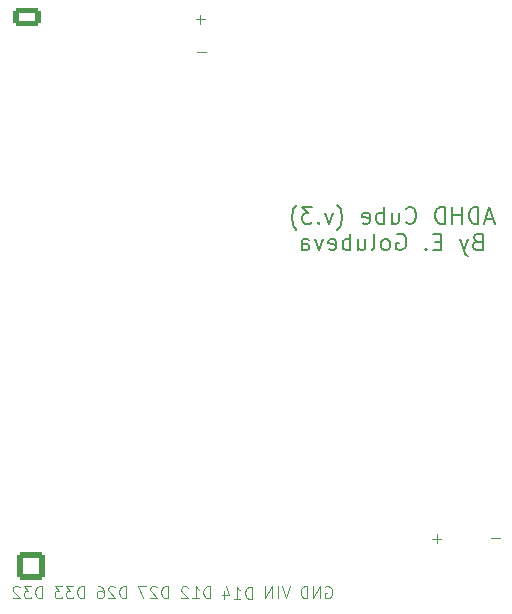
<source format=gbo>
%TF.GenerationSoftware,KiCad,Pcbnew,9.0.5*%
%TF.CreationDate,2025-12-28T17:34:09+02:00*%
%TF.ProjectId,base-schematic-02,62617365-2d73-4636-9865-6d617469632d,rev?*%
%TF.SameCoordinates,Original*%
%TF.FileFunction,Legend,Bot*%
%TF.FilePolarity,Positive*%
%FSLAX46Y46*%
G04 Gerber Fmt 4.6, Leading zero omitted, Abs format (unit mm)*
G04 Created by KiCad (PCBNEW 9.0.5) date 2025-12-28 17:34:09*
%MOMM*%
%LPD*%
G01*
G04 APERTURE LIST*
G04 Aperture macros list*
%AMRoundRect*
0 Rectangle with rounded corners*
0 $1 Rounding radius*
0 $2 $3 $4 $5 $6 $7 $8 $9 X,Y pos of 4 corners*
0 Add a 4 corners polygon primitive as box body*
4,1,4,$2,$3,$4,$5,$6,$7,$8,$9,$2,$3,0*
0 Add four circle primitives for the rounded corners*
1,1,$1+$1,$2,$3*
1,1,$1+$1,$4,$5*
1,1,$1+$1,$6,$7*
1,1,$1+$1,$8,$9*
0 Add four rect primitives between the rounded corners*
20,1,$1+$1,$2,$3,$4,$5,0*
20,1,$1+$1,$4,$5,$6,$7,0*
20,1,$1+$1,$6,$7,$8,$9,0*
20,1,$1+$1,$8,$9,$2,$3,0*%
G04 Aperture macros list end*
%ADD10C,0.100000*%
%ADD11C,0.200000*%
%ADD12R,1.700000X1.700000*%
%ADD13C,1.700000*%
%ADD14C,3.200000*%
%ADD15C,1.600000*%
%ADD16RoundRect,0.250001X-0.949999X-0.949999X0.949999X-0.949999X0.949999X0.949999X-0.949999X0.949999X0*%
%ADD17C,2.400000*%
%ADD18RoundRect,0.250000X-0.950000X-0.550000X0.950000X-0.550000X0.950000X0.550000X-0.950000X0.550000X0*%
%ADD19O,2.400000X1.600000*%
G04 APERTURE END LIST*
D10*
X76776115Y-64421466D02*
X76014211Y-64421466D01*
X96696115Y-105641466D02*
X95934211Y-105641466D01*
X96315163Y-106022419D02*
X96315163Y-105260514D01*
X66451965Y-110692419D02*
X66451965Y-109692419D01*
X66451965Y-109692419D02*
X66213870Y-109692419D01*
X66213870Y-109692419D02*
X66071013Y-109740038D01*
X66071013Y-109740038D02*
X65975775Y-109835276D01*
X65975775Y-109835276D02*
X65928156Y-109930514D01*
X65928156Y-109930514D02*
X65880537Y-110120990D01*
X65880537Y-110120990D02*
X65880537Y-110263847D01*
X65880537Y-110263847D02*
X65928156Y-110454323D01*
X65928156Y-110454323D02*
X65975775Y-110549561D01*
X65975775Y-110549561D02*
X66071013Y-110644800D01*
X66071013Y-110644800D02*
X66213870Y-110692419D01*
X66213870Y-110692419D02*
X66451965Y-110692419D01*
X65547203Y-109692419D02*
X64928156Y-109692419D01*
X64928156Y-109692419D02*
X65261489Y-110073371D01*
X65261489Y-110073371D02*
X65118632Y-110073371D01*
X65118632Y-110073371D02*
X65023394Y-110120990D01*
X65023394Y-110120990D02*
X64975775Y-110168609D01*
X64975775Y-110168609D02*
X64928156Y-110263847D01*
X64928156Y-110263847D02*
X64928156Y-110501942D01*
X64928156Y-110501942D02*
X64975775Y-110597180D01*
X64975775Y-110597180D02*
X65023394Y-110644800D01*
X65023394Y-110644800D02*
X65118632Y-110692419D01*
X65118632Y-110692419D02*
X65404346Y-110692419D01*
X65404346Y-110692419D02*
X65499584Y-110644800D01*
X65499584Y-110644800D02*
X65547203Y-110597180D01*
X64594822Y-109692419D02*
X63975775Y-109692419D01*
X63975775Y-109692419D02*
X64309108Y-110073371D01*
X64309108Y-110073371D02*
X64166251Y-110073371D01*
X64166251Y-110073371D02*
X64071013Y-110120990D01*
X64071013Y-110120990D02*
X64023394Y-110168609D01*
X64023394Y-110168609D02*
X63975775Y-110263847D01*
X63975775Y-110263847D02*
X63975775Y-110501942D01*
X63975775Y-110501942D02*
X64023394Y-110597180D01*
X64023394Y-110597180D02*
X64071013Y-110644800D01*
X64071013Y-110644800D02*
X64166251Y-110692419D01*
X64166251Y-110692419D02*
X64451965Y-110692419D01*
X64451965Y-110692419D02*
X64547203Y-110644800D01*
X64547203Y-110644800D02*
X64594822Y-110597180D01*
X73563666Y-110692419D02*
X73563666Y-109692419D01*
X73563666Y-109692419D02*
X73325571Y-109692419D01*
X73325571Y-109692419D02*
X73182714Y-109740038D01*
X73182714Y-109740038D02*
X73087476Y-109835276D01*
X73087476Y-109835276D02*
X73039857Y-109930514D01*
X73039857Y-109930514D02*
X72992238Y-110120990D01*
X72992238Y-110120990D02*
X72992238Y-110263847D01*
X72992238Y-110263847D02*
X73039857Y-110454323D01*
X73039857Y-110454323D02*
X73087476Y-110549561D01*
X73087476Y-110549561D02*
X73182714Y-110644800D01*
X73182714Y-110644800D02*
X73325571Y-110692419D01*
X73325571Y-110692419D02*
X73563666Y-110692419D01*
X72611285Y-109787657D02*
X72563666Y-109740038D01*
X72563666Y-109740038D02*
X72468428Y-109692419D01*
X72468428Y-109692419D02*
X72230333Y-109692419D01*
X72230333Y-109692419D02*
X72135095Y-109740038D01*
X72135095Y-109740038D02*
X72087476Y-109787657D01*
X72087476Y-109787657D02*
X72039857Y-109882895D01*
X72039857Y-109882895D02*
X72039857Y-109978133D01*
X72039857Y-109978133D02*
X72087476Y-110120990D01*
X72087476Y-110120990D02*
X72658904Y-110692419D01*
X72658904Y-110692419D02*
X72039857Y-110692419D01*
X71706523Y-109692419D02*
X71039857Y-109692419D01*
X71039857Y-109692419D02*
X71468428Y-110692419D01*
X80646115Y-110742419D02*
X80646115Y-109742419D01*
X80646115Y-109742419D02*
X80408020Y-109742419D01*
X80408020Y-109742419D02*
X80265163Y-109790038D01*
X80265163Y-109790038D02*
X80169925Y-109885276D01*
X80169925Y-109885276D02*
X80122306Y-109980514D01*
X80122306Y-109980514D02*
X80074687Y-110170990D01*
X80074687Y-110170990D02*
X80074687Y-110313847D01*
X80074687Y-110313847D02*
X80122306Y-110504323D01*
X80122306Y-110504323D02*
X80169925Y-110599561D01*
X80169925Y-110599561D02*
X80265163Y-110694800D01*
X80265163Y-110694800D02*
X80408020Y-110742419D01*
X80408020Y-110742419D02*
X80646115Y-110742419D01*
X79122306Y-110742419D02*
X79693734Y-110742419D01*
X79408020Y-110742419D02*
X79408020Y-109742419D01*
X79408020Y-109742419D02*
X79503258Y-109885276D01*
X79503258Y-109885276D02*
X79598496Y-109980514D01*
X79598496Y-109980514D02*
X79693734Y-110028133D01*
X78265163Y-110075752D02*
X78265163Y-110742419D01*
X78503258Y-109694800D02*
X78741353Y-110409085D01*
X78741353Y-110409085D02*
X78122306Y-110409085D01*
X62896115Y-110692419D02*
X62896115Y-109692419D01*
X62896115Y-109692419D02*
X62658020Y-109692419D01*
X62658020Y-109692419D02*
X62515163Y-109740038D01*
X62515163Y-109740038D02*
X62419925Y-109835276D01*
X62419925Y-109835276D02*
X62372306Y-109930514D01*
X62372306Y-109930514D02*
X62324687Y-110120990D01*
X62324687Y-110120990D02*
X62324687Y-110263847D01*
X62324687Y-110263847D02*
X62372306Y-110454323D01*
X62372306Y-110454323D02*
X62419925Y-110549561D01*
X62419925Y-110549561D02*
X62515163Y-110644800D01*
X62515163Y-110644800D02*
X62658020Y-110692419D01*
X62658020Y-110692419D02*
X62896115Y-110692419D01*
X61991353Y-109692419D02*
X61372306Y-109692419D01*
X61372306Y-109692419D02*
X61705639Y-110073371D01*
X61705639Y-110073371D02*
X61562782Y-110073371D01*
X61562782Y-110073371D02*
X61467544Y-110120990D01*
X61467544Y-110120990D02*
X61419925Y-110168609D01*
X61419925Y-110168609D02*
X61372306Y-110263847D01*
X61372306Y-110263847D02*
X61372306Y-110501942D01*
X61372306Y-110501942D02*
X61419925Y-110597180D01*
X61419925Y-110597180D02*
X61467544Y-110644800D01*
X61467544Y-110644800D02*
X61562782Y-110692419D01*
X61562782Y-110692419D02*
X61848496Y-110692419D01*
X61848496Y-110692419D02*
X61943734Y-110644800D01*
X61943734Y-110644800D02*
X61991353Y-110597180D01*
X60991353Y-109787657D02*
X60943734Y-109740038D01*
X60943734Y-109740038D02*
X60848496Y-109692419D01*
X60848496Y-109692419D02*
X60610401Y-109692419D01*
X60610401Y-109692419D02*
X60515163Y-109740038D01*
X60515163Y-109740038D02*
X60467544Y-109787657D01*
X60467544Y-109787657D02*
X60419925Y-109882895D01*
X60419925Y-109882895D02*
X60419925Y-109978133D01*
X60419925Y-109978133D02*
X60467544Y-110120990D01*
X60467544Y-110120990D02*
X61038972Y-110692419D01*
X61038972Y-110692419D02*
X60419925Y-110692419D01*
X86882306Y-109740038D02*
X86977544Y-109692419D01*
X86977544Y-109692419D02*
X87120401Y-109692419D01*
X87120401Y-109692419D02*
X87263258Y-109740038D01*
X87263258Y-109740038D02*
X87358496Y-109835276D01*
X87358496Y-109835276D02*
X87406115Y-109930514D01*
X87406115Y-109930514D02*
X87453734Y-110120990D01*
X87453734Y-110120990D02*
X87453734Y-110263847D01*
X87453734Y-110263847D02*
X87406115Y-110454323D01*
X87406115Y-110454323D02*
X87358496Y-110549561D01*
X87358496Y-110549561D02*
X87263258Y-110644800D01*
X87263258Y-110644800D02*
X87120401Y-110692419D01*
X87120401Y-110692419D02*
X87025163Y-110692419D01*
X87025163Y-110692419D02*
X86882306Y-110644800D01*
X86882306Y-110644800D02*
X86834687Y-110597180D01*
X86834687Y-110597180D02*
X86834687Y-110263847D01*
X86834687Y-110263847D02*
X87025163Y-110263847D01*
X86406115Y-110692419D02*
X86406115Y-109692419D01*
X86406115Y-109692419D02*
X85834687Y-110692419D01*
X85834687Y-110692419D02*
X85834687Y-109692419D01*
X85358496Y-110692419D02*
X85358496Y-109692419D01*
X85358496Y-109692419D02*
X85120401Y-109692419D01*
X85120401Y-109692419D02*
X84977544Y-109740038D01*
X84977544Y-109740038D02*
X84882306Y-109835276D01*
X84882306Y-109835276D02*
X84834687Y-109930514D01*
X84834687Y-109930514D02*
X84787068Y-110120990D01*
X84787068Y-110120990D02*
X84787068Y-110263847D01*
X84787068Y-110263847D02*
X84834687Y-110454323D01*
X84834687Y-110454323D02*
X84882306Y-110549561D01*
X84882306Y-110549561D02*
X84977544Y-110644800D01*
X84977544Y-110644800D02*
X85120401Y-110692419D01*
X85120401Y-110692419D02*
X85358496Y-110692419D01*
X76666115Y-61661466D02*
X75904211Y-61661466D01*
X76285163Y-62042419D02*
X76285163Y-61280514D01*
X83850265Y-109692419D02*
X83516932Y-110692419D01*
X83516932Y-110692419D02*
X83183599Y-109692419D01*
X82850265Y-110692419D02*
X82850265Y-109692419D01*
X82374075Y-110692419D02*
X82374075Y-109692419D01*
X82374075Y-109692419D02*
X81802647Y-110692419D01*
X81802647Y-110692419D02*
X81802647Y-109692419D01*
D11*
X101106667Y-78580305D02*
X100440000Y-78580305D01*
X101240000Y-78980305D02*
X100773334Y-77580305D01*
X100773334Y-77580305D02*
X100306667Y-78980305D01*
X99840000Y-78980305D02*
X99840000Y-77580305D01*
X99840000Y-77580305D02*
X99506667Y-77580305D01*
X99506667Y-77580305D02*
X99306667Y-77646972D01*
X99306667Y-77646972D02*
X99173334Y-77780305D01*
X99173334Y-77780305D02*
X99106667Y-77913639D01*
X99106667Y-77913639D02*
X99040000Y-78180305D01*
X99040000Y-78180305D02*
X99040000Y-78380305D01*
X99040000Y-78380305D02*
X99106667Y-78646972D01*
X99106667Y-78646972D02*
X99173334Y-78780305D01*
X99173334Y-78780305D02*
X99306667Y-78913639D01*
X99306667Y-78913639D02*
X99506667Y-78980305D01*
X99506667Y-78980305D02*
X99840000Y-78980305D01*
X98440000Y-78980305D02*
X98440000Y-77580305D01*
X98440000Y-78246972D02*
X97640000Y-78246972D01*
X97640000Y-78980305D02*
X97640000Y-77580305D01*
X96973333Y-78980305D02*
X96973333Y-77580305D01*
X96973333Y-77580305D02*
X96640000Y-77580305D01*
X96640000Y-77580305D02*
X96440000Y-77646972D01*
X96440000Y-77646972D02*
X96306667Y-77780305D01*
X96306667Y-77780305D02*
X96240000Y-77913639D01*
X96240000Y-77913639D02*
X96173333Y-78180305D01*
X96173333Y-78180305D02*
X96173333Y-78380305D01*
X96173333Y-78380305D02*
X96240000Y-78646972D01*
X96240000Y-78646972D02*
X96306667Y-78780305D01*
X96306667Y-78780305D02*
X96440000Y-78913639D01*
X96440000Y-78913639D02*
X96640000Y-78980305D01*
X96640000Y-78980305D02*
X96973333Y-78980305D01*
X93706666Y-78846972D02*
X93773333Y-78913639D01*
X93773333Y-78913639D02*
X93973333Y-78980305D01*
X93973333Y-78980305D02*
X94106666Y-78980305D01*
X94106666Y-78980305D02*
X94306666Y-78913639D01*
X94306666Y-78913639D02*
X94440000Y-78780305D01*
X94440000Y-78780305D02*
X94506666Y-78646972D01*
X94506666Y-78646972D02*
X94573333Y-78380305D01*
X94573333Y-78380305D02*
X94573333Y-78180305D01*
X94573333Y-78180305D02*
X94506666Y-77913639D01*
X94506666Y-77913639D02*
X94440000Y-77780305D01*
X94440000Y-77780305D02*
X94306666Y-77646972D01*
X94306666Y-77646972D02*
X94106666Y-77580305D01*
X94106666Y-77580305D02*
X93973333Y-77580305D01*
X93973333Y-77580305D02*
X93773333Y-77646972D01*
X93773333Y-77646972D02*
X93706666Y-77713639D01*
X92506666Y-78046972D02*
X92506666Y-78980305D01*
X93106666Y-78046972D02*
X93106666Y-78780305D01*
X93106666Y-78780305D02*
X93040000Y-78913639D01*
X93040000Y-78913639D02*
X92906666Y-78980305D01*
X92906666Y-78980305D02*
X92706666Y-78980305D01*
X92706666Y-78980305D02*
X92573333Y-78913639D01*
X92573333Y-78913639D02*
X92506666Y-78846972D01*
X91839999Y-78980305D02*
X91839999Y-77580305D01*
X91839999Y-78113639D02*
X91706666Y-78046972D01*
X91706666Y-78046972D02*
X91439999Y-78046972D01*
X91439999Y-78046972D02*
X91306666Y-78113639D01*
X91306666Y-78113639D02*
X91239999Y-78180305D01*
X91239999Y-78180305D02*
X91173333Y-78313639D01*
X91173333Y-78313639D02*
X91173333Y-78713639D01*
X91173333Y-78713639D02*
X91239999Y-78846972D01*
X91239999Y-78846972D02*
X91306666Y-78913639D01*
X91306666Y-78913639D02*
X91439999Y-78980305D01*
X91439999Y-78980305D02*
X91706666Y-78980305D01*
X91706666Y-78980305D02*
X91839999Y-78913639D01*
X90039999Y-78913639D02*
X90173332Y-78980305D01*
X90173332Y-78980305D02*
X90439999Y-78980305D01*
X90439999Y-78980305D02*
X90573332Y-78913639D01*
X90573332Y-78913639D02*
X90639999Y-78780305D01*
X90639999Y-78780305D02*
X90639999Y-78246972D01*
X90639999Y-78246972D02*
X90573332Y-78113639D01*
X90573332Y-78113639D02*
X90439999Y-78046972D01*
X90439999Y-78046972D02*
X90173332Y-78046972D01*
X90173332Y-78046972D02*
X90039999Y-78113639D01*
X90039999Y-78113639D02*
X89973332Y-78246972D01*
X89973332Y-78246972D02*
X89973332Y-78380305D01*
X89973332Y-78380305D02*
X90639999Y-78513639D01*
X87906665Y-79513639D02*
X87973332Y-79446972D01*
X87973332Y-79446972D02*
X88106665Y-79246972D01*
X88106665Y-79246972D02*
X88173332Y-79113639D01*
X88173332Y-79113639D02*
X88239999Y-78913639D01*
X88239999Y-78913639D02*
X88306665Y-78580305D01*
X88306665Y-78580305D02*
X88306665Y-78313639D01*
X88306665Y-78313639D02*
X88239999Y-77980305D01*
X88239999Y-77980305D02*
X88173332Y-77780305D01*
X88173332Y-77780305D02*
X88106665Y-77646972D01*
X88106665Y-77646972D02*
X87973332Y-77446972D01*
X87973332Y-77446972D02*
X87906665Y-77380305D01*
X87506666Y-78046972D02*
X87173332Y-78980305D01*
X87173332Y-78980305D02*
X86839999Y-78046972D01*
X86306665Y-78846972D02*
X86239999Y-78913639D01*
X86239999Y-78913639D02*
X86306665Y-78980305D01*
X86306665Y-78980305D02*
X86373332Y-78913639D01*
X86373332Y-78913639D02*
X86306665Y-78846972D01*
X86306665Y-78846972D02*
X86306665Y-78980305D01*
X85773332Y-77580305D02*
X84906665Y-77580305D01*
X84906665Y-77580305D02*
X85373332Y-78113639D01*
X85373332Y-78113639D02*
X85173332Y-78113639D01*
X85173332Y-78113639D02*
X85039998Y-78180305D01*
X85039998Y-78180305D02*
X84973332Y-78246972D01*
X84973332Y-78246972D02*
X84906665Y-78380305D01*
X84906665Y-78380305D02*
X84906665Y-78713639D01*
X84906665Y-78713639D02*
X84973332Y-78846972D01*
X84973332Y-78846972D02*
X85039998Y-78913639D01*
X85039998Y-78913639D02*
X85173332Y-78980305D01*
X85173332Y-78980305D02*
X85573332Y-78980305D01*
X85573332Y-78980305D02*
X85706665Y-78913639D01*
X85706665Y-78913639D02*
X85773332Y-78846972D01*
X84439999Y-79513639D02*
X84373332Y-79446972D01*
X84373332Y-79446972D02*
X84239999Y-79246972D01*
X84239999Y-79246972D02*
X84173332Y-79113639D01*
X84173332Y-79113639D02*
X84106665Y-78913639D01*
X84106665Y-78913639D02*
X84039999Y-78580305D01*
X84039999Y-78580305D02*
X84039999Y-78313639D01*
X84039999Y-78313639D02*
X84106665Y-77980305D01*
X84106665Y-77980305D02*
X84173332Y-77780305D01*
X84173332Y-77780305D02*
X84239999Y-77646972D01*
X84239999Y-77646972D02*
X84373332Y-77446972D01*
X84373332Y-77446972D02*
X84439999Y-77380305D01*
X99740001Y-80500894D02*
X99540001Y-80567561D01*
X99540001Y-80567561D02*
X99473334Y-80634227D01*
X99473334Y-80634227D02*
X99406667Y-80767561D01*
X99406667Y-80767561D02*
X99406667Y-80967561D01*
X99406667Y-80967561D02*
X99473334Y-81100894D01*
X99473334Y-81100894D02*
X99540001Y-81167561D01*
X99540001Y-81167561D02*
X99673334Y-81234227D01*
X99673334Y-81234227D02*
X100206667Y-81234227D01*
X100206667Y-81234227D02*
X100206667Y-79834227D01*
X100206667Y-79834227D02*
X99740001Y-79834227D01*
X99740001Y-79834227D02*
X99606667Y-79900894D01*
X99606667Y-79900894D02*
X99540001Y-79967561D01*
X99540001Y-79967561D02*
X99473334Y-80100894D01*
X99473334Y-80100894D02*
X99473334Y-80234227D01*
X99473334Y-80234227D02*
X99540001Y-80367561D01*
X99540001Y-80367561D02*
X99606667Y-80434227D01*
X99606667Y-80434227D02*
X99740001Y-80500894D01*
X99740001Y-80500894D02*
X100206667Y-80500894D01*
X98940001Y-80300894D02*
X98606667Y-81234227D01*
X98273334Y-80300894D02*
X98606667Y-81234227D01*
X98606667Y-81234227D02*
X98740001Y-81567561D01*
X98740001Y-81567561D02*
X98806667Y-81634227D01*
X98806667Y-81634227D02*
X98940001Y-81700894D01*
X96673333Y-80500894D02*
X96206667Y-80500894D01*
X96006667Y-81234227D02*
X96673333Y-81234227D01*
X96673333Y-81234227D02*
X96673333Y-79834227D01*
X96673333Y-79834227D02*
X96006667Y-79834227D01*
X95406666Y-81100894D02*
X95340000Y-81167561D01*
X95340000Y-81167561D02*
X95406666Y-81234227D01*
X95406666Y-81234227D02*
X95473333Y-81167561D01*
X95473333Y-81167561D02*
X95406666Y-81100894D01*
X95406666Y-81100894D02*
X95406666Y-81234227D01*
X92939999Y-79900894D02*
X93073332Y-79834227D01*
X93073332Y-79834227D02*
X93273332Y-79834227D01*
X93273332Y-79834227D02*
X93473332Y-79900894D01*
X93473332Y-79900894D02*
X93606666Y-80034227D01*
X93606666Y-80034227D02*
X93673332Y-80167561D01*
X93673332Y-80167561D02*
X93739999Y-80434227D01*
X93739999Y-80434227D02*
X93739999Y-80634227D01*
X93739999Y-80634227D02*
X93673332Y-80900894D01*
X93673332Y-80900894D02*
X93606666Y-81034227D01*
X93606666Y-81034227D02*
X93473332Y-81167561D01*
X93473332Y-81167561D02*
X93273332Y-81234227D01*
X93273332Y-81234227D02*
X93139999Y-81234227D01*
X93139999Y-81234227D02*
X92939999Y-81167561D01*
X92939999Y-81167561D02*
X92873332Y-81100894D01*
X92873332Y-81100894D02*
X92873332Y-80634227D01*
X92873332Y-80634227D02*
X93139999Y-80634227D01*
X92073332Y-81234227D02*
X92206666Y-81167561D01*
X92206666Y-81167561D02*
X92273332Y-81100894D01*
X92273332Y-81100894D02*
X92339999Y-80967561D01*
X92339999Y-80967561D02*
X92339999Y-80567561D01*
X92339999Y-80567561D02*
X92273332Y-80434227D01*
X92273332Y-80434227D02*
X92206666Y-80367561D01*
X92206666Y-80367561D02*
X92073332Y-80300894D01*
X92073332Y-80300894D02*
X91873332Y-80300894D01*
X91873332Y-80300894D02*
X91739999Y-80367561D01*
X91739999Y-80367561D02*
X91673332Y-80434227D01*
X91673332Y-80434227D02*
X91606666Y-80567561D01*
X91606666Y-80567561D02*
X91606666Y-80967561D01*
X91606666Y-80967561D02*
X91673332Y-81100894D01*
X91673332Y-81100894D02*
X91739999Y-81167561D01*
X91739999Y-81167561D02*
X91873332Y-81234227D01*
X91873332Y-81234227D02*
X92073332Y-81234227D01*
X90806665Y-81234227D02*
X90939999Y-81167561D01*
X90939999Y-81167561D02*
X91006665Y-81034227D01*
X91006665Y-81034227D02*
X91006665Y-79834227D01*
X89673332Y-80300894D02*
X89673332Y-81234227D01*
X90273332Y-80300894D02*
X90273332Y-81034227D01*
X90273332Y-81034227D02*
X90206666Y-81167561D01*
X90206666Y-81167561D02*
X90073332Y-81234227D01*
X90073332Y-81234227D02*
X89873332Y-81234227D01*
X89873332Y-81234227D02*
X89739999Y-81167561D01*
X89739999Y-81167561D02*
X89673332Y-81100894D01*
X89006665Y-81234227D02*
X89006665Y-79834227D01*
X89006665Y-80367561D02*
X88873332Y-80300894D01*
X88873332Y-80300894D02*
X88606665Y-80300894D01*
X88606665Y-80300894D02*
X88473332Y-80367561D01*
X88473332Y-80367561D02*
X88406665Y-80434227D01*
X88406665Y-80434227D02*
X88339999Y-80567561D01*
X88339999Y-80567561D02*
X88339999Y-80967561D01*
X88339999Y-80967561D02*
X88406665Y-81100894D01*
X88406665Y-81100894D02*
X88473332Y-81167561D01*
X88473332Y-81167561D02*
X88606665Y-81234227D01*
X88606665Y-81234227D02*
X88873332Y-81234227D01*
X88873332Y-81234227D02*
X89006665Y-81167561D01*
X87206665Y-81167561D02*
X87339998Y-81234227D01*
X87339998Y-81234227D02*
X87606665Y-81234227D01*
X87606665Y-81234227D02*
X87739998Y-81167561D01*
X87739998Y-81167561D02*
X87806665Y-81034227D01*
X87806665Y-81034227D02*
X87806665Y-80500894D01*
X87806665Y-80500894D02*
X87739998Y-80367561D01*
X87739998Y-80367561D02*
X87606665Y-80300894D01*
X87606665Y-80300894D02*
X87339998Y-80300894D01*
X87339998Y-80300894D02*
X87206665Y-80367561D01*
X87206665Y-80367561D02*
X87139998Y-80500894D01*
X87139998Y-80500894D02*
X87139998Y-80634227D01*
X87139998Y-80634227D02*
X87806665Y-80767561D01*
X86673332Y-80300894D02*
X86339998Y-81234227D01*
X86339998Y-81234227D02*
X86006665Y-80300894D01*
X84873331Y-81234227D02*
X84873331Y-80500894D01*
X84873331Y-80500894D02*
X84939998Y-80367561D01*
X84939998Y-80367561D02*
X85073331Y-80300894D01*
X85073331Y-80300894D02*
X85339998Y-80300894D01*
X85339998Y-80300894D02*
X85473331Y-80367561D01*
X84873331Y-81167561D02*
X85006665Y-81234227D01*
X85006665Y-81234227D02*
X85339998Y-81234227D01*
X85339998Y-81234227D02*
X85473331Y-81167561D01*
X85473331Y-81167561D02*
X85539998Y-81034227D01*
X85539998Y-81034227D02*
X85539998Y-80900894D01*
X85539998Y-80900894D02*
X85473331Y-80767561D01*
X85473331Y-80767561D02*
X85339998Y-80700894D01*
X85339998Y-80700894D02*
X85006665Y-80700894D01*
X85006665Y-80700894D02*
X84873331Y-80634227D01*
D10*
X70007816Y-110692419D02*
X70007816Y-109692419D01*
X70007816Y-109692419D02*
X69769721Y-109692419D01*
X69769721Y-109692419D02*
X69626864Y-109740038D01*
X69626864Y-109740038D02*
X69531626Y-109835276D01*
X69531626Y-109835276D02*
X69484007Y-109930514D01*
X69484007Y-109930514D02*
X69436388Y-110120990D01*
X69436388Y-110120990D02*
X69436388Y-110263847D01*
X69436388Y-110263847D02*
X69484007Y-110454323D01*
X69484007Y-110454323D02*
X69531626Y-110549561D01*
X69531626Y-110549561D02*
X69626864Y-110644800D01*
X69626864Y-110644800D02*
X69769721Y-110692419D01*
X69769721Y-110692419D02*
X70007816Y-110692419D01*
X69055435Y-109787657D02*
X69007816Y-109740038D01*
X69007816Y-109740038D02*
X68912578Y-109692419D01*
X68912578Y-109692419D02*
X68674483Y-109692419D01*
X68674483Y-109692419D02*
X68579245Y-109740038D01*
X68579245Y-109740038D02*
X68531626Y-109787657D01*
X68531626Y-109787657D02*
X68484007Y-109882895D01*
X68484007Y-109882895D02*
X68484007Y-109978133D01*
X68484007Y-109978133D02*
X68531626Y-110120990D01*
X68531626Y-110120990D02*
X69103054Y-110692419D01*
X69103054Y-110692419D02*
X68484007Y-110692419D01*
X67626864Y-109692419D02*
X67817340Y-109692419D01*
X67817340Y-109692419D02*
X67912578Y-109740038D01*
X67912578Y-109740038D02*
X67960197Y-109787657D01*
X67960197Y-109787657D02*
X68055435Y-109930514D01*
X68055435Y-109930514D02*
X68103054Y-110120990D01*
X68103054Y-110120990D02*
X68103054Y-110501942D01*
X68103054Y-110501942D02*
X68055435Y-110597180D01*
X68055435Y-110597180D02*
X68007816Y-110644800D01*
X68007816Y-110644800D02*
X67912578Y-110692419D01*
X67912578Y-110692419D02*
X67722102Y-110692419D01*
X67722102Y-110692419D02*
X67626864Y-110644800D01*
X67626864Y-110644800D02*
X67579245Y-110597180D01*
X67579245Y-110597180D02*
X67531626Y-110501942D01*
X67531626Y-110501942D02*
X67531626Y-110263847D01*
X67531626Y-110263847D02*
X67579245Y-110168609D01*
X67579245Y-110168609D02*
X67626864Y-110120990D01*
X67626864Y-110120990D02*
X67722102Y-110073371D01*
X67722102Y-110073371D02*
X67912578Y-110073371D01*
X67912578Y-110073371D02*
X68007816Y-110120990D01*
X68007816Y-110120990D02*
X68055435Y-110168609D01*
X68055435Y-110168609D02*
X68103054Y-110263847D01*
X77136115Y-110702419D02*
X77136115Y-109702419D01*
X77136115Y-109702419D02*
X76898020Y-109702419D01*
X76898020Y-109702419D02*
X76755163Y-109750038D01*
X76755163Y-109750038D02*
X76659925Y-109845276D01*
X76659925Y-109845276D02*
X76612306Y-109940514D01*
X76612306Y-109940514D02*
X76564687Y-110130990D01*
X76564687Y-110130990D02*
X76564687Y-110273847D01*
X76564687Y-110273847D02*
X76612306Y-110464323D01*
X76612306Y-110464323D02*
X76659925Y-110559561D01*
X76659925Y-110559561D02*
X76755163Y-110654800D01*
X76755163Y-110654800D02*
X76898020Y-110702419D01*
X76898020Y-110702419D02*
X77136115Y-110702419D01*
X75612306Y-110702419D02*
X76183734Y-110702419D01*
X75898020Y-110702419D02*
X75898020Y-109702419D01*
X75898020Y-109702419D02*
X75993258Y-109845276D01*
X75993258Y-109845276D02*
X76088496Y-109940514D01*
X76088496Y-109940514D02*
X76183734Y-109988133D01*
X75231353Y-109797657D02*
X75183734Y-109750038D01*
X75183734Y-109750038D02*
X75088496Y-109702419D01*
X75088496Y-109702419D02*
X74850401Y-109702419D01*
X74850401Y-109702419D02*
X74755163Y-109750038D01*
X74755163Y-109750038D02*
X74707544Y-109797657D01*
X74707544Y-109797657D02*
X74659925Y-109892895D01*
X74659925Y-109892895D02*
X74659925Y-109988133D01*
X74659925Y-109988133D02*
X74707544Y-110130990D01*
X74707544Y-110130990D02*
X75278972Y-110702419D01*
X75278972Y-110702419D02*
X74659925Y-110702419D01*
X101636115Y-105591466D02*
X100874211Y-105591466D01*
%LPC*%
D12*
%TO.C,J2*%
X79400000Y-59460000D03*
D13*
X79400000Y-62000000D03*
X79400000Y-64540000D03*
X79400000Y-67080000D03*
X79400000Y-69620000D03*
X79400000Y-72160000D03*
X79400000Y-74700000D03*
X79400000Y-77240000D03*
X79400000Y-79780000D03*
X79400000Y-82320000D03*
X79400000Y-84860000D03*
X79400000Y-87400000D03*
X79400000Y-89940000D03*
X79400000Y-92480000D03*
X79400000Y-95020000D03*
%TD*%
D12*
%TO.C,J1*%
X54000000Y-59460000D03*
D13*
X54000000Y-62000000D03*
X54000000Y-64540000D03*
X54000000Y-67080000D03*
X54000000Y-69620000D03*
X54000000Y-72160000D03*
X54000000Y-74700000D03*
X54000000Y-77240000D03*
X54000000Y-79780000D03*
X54000000Y-82320000D03*
X54000000Y-84860000D03*
X54000000Y-87400000D03*
X54000000Y-89940000D03*
X54000000Y-92480000D03*
X54000000Y-95020000D03*
%TD*%
D14*
%TO.C,H1*%
X53600000Y-53600000D03*
%TD*%
D15*
%TO.C,R2*%
X63053000Y-89255000D03*
X63053000Y-96875000D03*
%TD*%
%TO.C,R1*%
X59810000Y-89255000D03*
X59810000Y-96875000D03*
%TD*%
D12*
%TO.C,J3-DAC1*%
X89570000Y-55335000D03*
D13*
X92110000Y-55335000D03*
X94650000Y-55335000D03*
X97190000Y-55335000D03*
X99730000Y-55335000D03*
X102270000Y-55335000D03*
X104810000Y-55335000D03*
%TD*%
D14*
%TO.C,H4*%
X53600000Y-111400000D03*
%TD*%
D15*
%TO.C,R4*%
X69539000Y-89255000D03*
X69539000Y-96875000D03*
%TD*%
%TO.C,C2*%
X96160000Y-107270000D03*
X101160000Y-107270000D03*
%TD*%
%TO.C,R6*%
X76025000Y-89255000D03*
X76025000Y-96875000D03*
%TD*%
%TO.C,C1*%
X74440000Y-61710000D03*
X74440000Y-64210000D03*
%TD*%
%TO.C,R5*%
X72782000Y-89255000D03*
X72782000Y-96875000D03*
%TD*%
%TO.C,R3*%
X66296000Y-89255000D03*
X66296000Y-96875000D03*
%TD*%
D16*
%TO.C,J4*%
X62000000Y-108000000D03*
D17*
X65500000Y-108000000D03*
X69000000Y-108000000D03*
X72500000Y-108000000D03*
X76000000Y-108000000D03*
X79500000Y-108000000D03*
X83000000Y-108000000D03*
X86500000Y-108000000D03*
%TD*%
D18*
%TO.C,U1*%
X61650000Y-61510000D03*
D19*
X61650000Y-64050000D03*
X61650000Y-66590000D03*
X61650000Y-69130000D03*
X61650000Y-71670000D03*
X61650000Y-74210000D03*
X61650000Y-76750000D03*
X61650000Y-79290000D03*
X61650000Y-81830000D03*
X61650000Y-84370000D03*
X69270000Y-84370000D03*
X69270000Y-81830000D03*
X69270000Y-79290000D03*
X69270000Y-76750000D03*
X69270000Y-74210000D03*
X69270000Y-71670000D03*
X69270000Y-69130000D03*
X69270000Y-66590000D03*
X69270000Y-64050000D03*
X69270000Y-61510000D03*
%TD*%
D14*
%TO.C,H3*%
X111450000Y-111430000D03*
%TD*%
%TO.C,H2*%
X111400000Y-53600000D03*
%TD*%
D12*
%TO.C,J4-IMU1*%
X107009138Y-95394959D03*
D13*
X104469138Y-95394959D03*
X101929138Y-95394959D03*
X99389138Y-95394959D03*
X96849138Y-95394959D03*
X94309138Y-95394959D03*
X91769138Y-95394959D03*
X89229138Y-95394959D03*
%TD*%
%LPD*%
M02*

</source>
